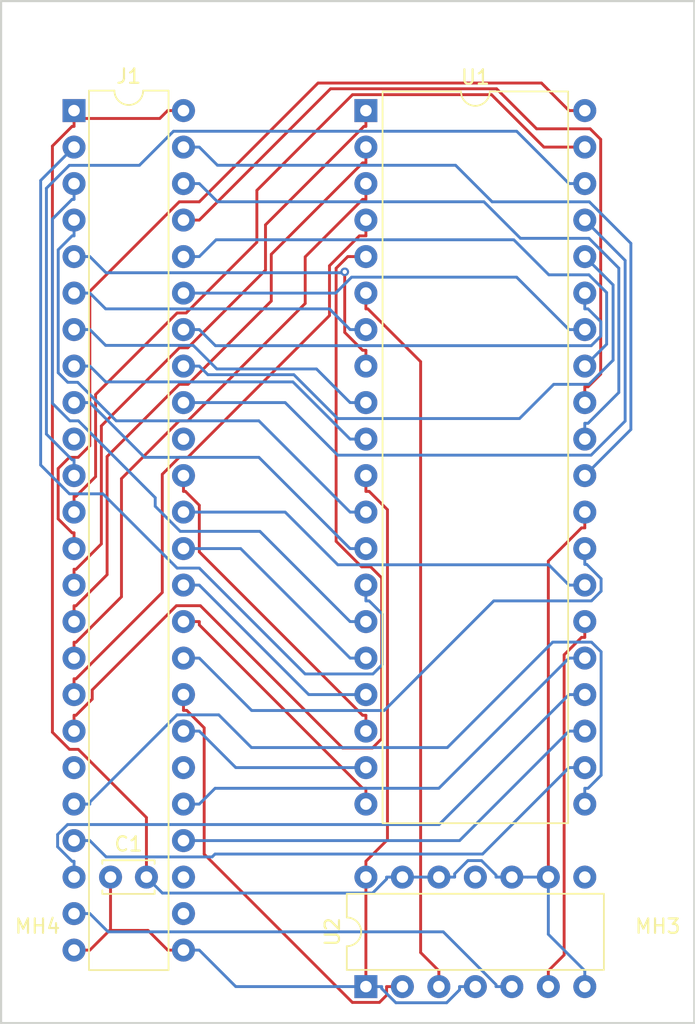
<source format=kicad_pcb>
(kicad_pcb (version 20171130) (host pcbnew 5.1.5+dfsg1-2build2)

  (general
    (thickness 1.6)
    (drawings 4)
    (tracks 387)
    (zones 0)
    (modules 8)
    (nets 51)
  )

  (page A4)
  (layers
    (0 F.Cu signal hide)
    (31 B.Cu signal)
    (32 B.Adhes user)
    (33 F.Adhes user)
    (34 B.Paste user)
    (35 F.Paste user)
    (36 B.SilkS user)
    (37 F.SilkS user)
    (38 B.Mask user)
    (39 F.Mask user)
    (40 Dwgs.User user)
    (41 Cmts.User user)
    (42 Eco1.User user)
    (43 Eco2.User user)
    (44 Edge.Cuts user)
    (45 Margin user)
    (46 B.CrtYd user)
    (47 F.CrtYd user)
    (48 B.Fab user)
    (49 F.Fab user)
  )

  (setup
    (last_trace_width 0.2)
    (user_trace_width 0.2)
    (user_trace_width 0.4)
    (user_trace_width 0.6)
    (user_trace_width 0.8)
    (user_trace_width 1)
    (user_trace_width 1.2)
    (user_trace_width 1.6)
    (user_trace_width 2)
    (trace_clearance 0.2)
    (zone_clearance 0.35)
    (zone_45_only no)
    (trace_min 0.1524)
    (via_size 0.6)
    (via_drill 0.3)
    (via_min_size 0.5)
    (via_min_drill 0.2)
    (user_via 0.9 0.5)
    (user_via 1.2 0.8)
    (user_via 1.4 0.9)
    (user_via 1.5 1)
    (uvia_size 0.3)
    (uvia_drill 0.1)
    (uvias_allowed no)
    (uvia_min_size 0.2)
    (uvia_min_drill 0.1)
    (edge_width 0.15)
    (segment_width 0.2)
    (pcb_text_width 0.3)
    (pcb_text_size 1.5 1.5)
    (mod_edge_width 0.15)
    (mod_text_size 1 1)
    (mod_text_width 0.15)
    (pad_size 3.2 3.2)
    (pad_drill 3.2)
    (pad_to_mask_clearance 0.051)
    (solder_mask_min_width 0.25)
    (aux_axis_origin 101 70)
    (grid_origin 101 70)
    (visible_elements FFFDFF7F)
    (pcbplotparams
      (layerselection 0x010fc_ffffffff)
      (usegerberextensions false)
      (usegerberattributes false)
      (usegerberadvancedattributes false)
      (creategerberjobfile false)
      (excludeedgelayer true)
      (linewidth 0.100000)
      (plotframeref false)
      (viasonmask false)
      (mode 1)
      (useauxorigin false)
      (hpglpennumber 1)
      (hpglpenspeed 20)
      (hpglpendiameter 15.000000)
      (psnegative false)
      (psa4output false)
      (plotreference true)
      (plotvalue true)
      (plotinvisibletext false)
      (padsonsilk false)
      (subtractmaskfromsilk false)
      (outputformat 1)
      (mirror false)
      (drillshape 1)
      (scaleselection 1)
      (outputdirectory ""))
  )

  (net 0 "")
  (net 1 VCC)
  (net 2 GND)
  (net 3 /P53)
  (net 4 "Net-(J1-Pad30)")
  (net 5 /P26)
  (net 6 "Net-(J1-Pad27)")
  (net 7 /P27)
  (net 8 /P47)
  (net 9 /P46)
  (net 10 "Net-(J1-Pad26)")
  (net 11 "Net-(J1-Pad19)")
  (net 12 /P25)
  (net 13 /P24)
  (net 14 /P23)
  (net 15 /P22)
  (net 16 /P21)
  (net 17 /P20)
  (net 18 /P34)
  (net 19 "Net-(J1-Pad10)")
  (net 20 /P35)
  (net 21 /P17)
  (net 22 /P36)
  (net 23 /P16)
  (net 24 "Net-(J1-Pad39)")
  (net 25 /P15)
  (net 26 /P14)
  (net 27 /P41)
  (net 28 /P13)
  (net 29 /P42)
  (net 30 /P12)
  (net 31 /P11)
  (net 32 /P44)
  (net 33 /P10)
  (net 34 /P45)
  (net 35 /P33)
  (net 36 /P32)
  (net 37 /P31)
  (net 38 /P30)
  (net 39 /P51)
  (net 40 /P55)
  (net 41 /P43)
  (net 42 /P52)
  (net 43 /P54)
  (net 44 /P50)
  (net 45 /P37)
  (net 46 "Net-(U2-Pad11)")
  (net 47 "Net-(U2-Pad8)")
  (net 48 /P40)
  (net 49 "Net-(U1-Pad26)")
  (net 50 "Net-(U1-Pad6)")

  (net_class Default "This is the default net class."
    (clearance 0.2)
    (trace_width 0.2)
    (via_dia 0.6)
    (via_drill 0.3)
    (uvia_dia 0.3)
    (uvia_drill 0.1)
    (diff_pair_width 0.2)
    (diff_pair_gap 0.2)
    (add_net /P10)
    (add_net /P11)
    (add_net /P12)
    (add_net /P13)
    (add_net /P14)
    (add_net /P15)
    (add_net /P16)
    (add_net /P17)
    (add_net /P20)
    (add_net /P21)
    (add_net /P22)
    (add_net /P23)
    (add_net /P24)
    (add_net /P25)
    (add_net /P26)
    (add_net /P27)
    (add_net /P30)
    (add_net /P31)
    (add_net /P32)
    (add_net /P33)
    (add_net /P34)
    (add_net /P35)
    (add_net /P36)
    (add_net /P37)
    (add_net /P40)
    (add_net /P41)
    (add_net /P42)
    (add_net /P43)
    (add_net /P44)
    (add_net /P45)
    (add_net /P46)
    (add_net /P47)
    (add_net /P50)
    (add_net /P51)
    (add_net /P52)
    (add_net /P53)
    (add_net /P54)
    (add_net /P55)
    (add_net GND)
    (add_net "Net-(J1-Pad10)")
    (add_net "Net-(J1-Pad19)")
    (add_net "Net-(J1-Pad26)")
    (add_net "Net-(J1-Pad27)")
    (add_net "Net-(J1-Pad30)")
    (add_net "Net-(J1-Pad39)")
    (add_net "Net-(U1-Pad26)")
    (add_net "Net-(U1-Pad6)")
    (add_net "Net-(U2-Pad11)")
    (add_net "Net-(U2-Pad8)")
    (add_net VCC)
  )

  (module Package_DIP:DIP-40_W15.24mm (layer F.Cu) (tedit 5A02E8C5) (tstamp 61E8CB61)
    (at 123.86 75.08)
    (descr "40-lead though-hole mounted DIP package, row spacing 15.24 mm (600 mils)")
    (tags "THT DIP DIL PDIP 2.54mm 15.24mm 600mil")
    (path /61EB512B)
    (fp_text reference U1 (at 7.62 -2.33) (layer F.SilkS)
      (effects (font (size 1 1) (thickness 0.15)))
    )
    (fp_text value Z84C00 (at 7.62 50.59) (layer F.Fab)
      (effects (font (size 1 1) (thickness 0.15)))
    )
    (fp_text user %R (at 7.62 24.13) (layer F.Fab)
      (effects (font (size 1 1) (thickness 0.15)))
    )
    (fp_line (start 16.3 -1.55) (end -1.05 -1.55) (layer F.CrtYd) (width 0.05))
    (fp_line (start 16.3 49.8) (end 16.3 -1.55) (layer F.CrtYd) (width 0.05))
    (fp_line (start -1.05 49.8) (end 16.3 49.8) (layer F.CrtYd) (width 0.05))
    (fp_line (start -1.05 -1.55) (end -1.05 49.8) (layer F.CrtYd) (width 0.05))
    (fp_line (start 14.08 -1.33) (end 8.62 -1.33) (layer F.SilkS) (width 0.12))
    (fp_line (start 14.08 49.59) (end 14.08 -1.33) (layer F.SilkS) (width 0.12))
    (fp_line (start 1.16 49.59) (end 14.08 49.59) (layer F.SilkS) (width 0.12))
    (fp_line (start 1.16 -1.33) (end 1.16 49.59) (layer F.SilkS) (width 0.12))
    (fp_line (start 6.62 -1.33) (end 1.16 -1.33) (layer F.SilkS) (width 0.12))
    (fp_line (start 0.255 -0.27) (end 1.255 -1.27) (layer F.Fab) (width 0.1))
    (fp_line (start 0.255 49.53) (end 0.255 -0.27) (layer F.Fab) (width 0.1))
    (fp_line (start 14.985 49.53) (end 0.255 49.53) (layer F.Fab) (width 0.1))
    (fp_line (start 14.985 -1.27) (end 14.985 49.53) (layer F.Fab) (width 0.1))
    (fp_line (start 1.255 -1.27) (end 14.985 -1.27) (layer F.Fab) (width 0.1))
    (fp_arc (start 7.62 -1.33) (end 6.62 -1.33) (angle -180) (layer F.SilkS) (width 0.12))
    (pad 40 thru_hole oval (at 15.24 0) (size 1.6 1.6) (drill 0.8) (layers *.Cu *.Mask)
      (net 36 /P32))
    (pad 20 thru_hole oval (at 0 48.26) (size 1.6 1.6) (drill 0.8) (layers *.Cu *.Mask)
      (net 32 /P44))
    (pad 39 thru_hole oval (at 15.24 2.54) (size 1.6 1.6) (drill 0.8) (layers *.Cu *.Mask)
      (net 37 /P31))
    (pad 19 thru_hole oval (at 0 45.72) (size 1.6 1.6) (drill 0.8) (layers *.Cu *.Mask)
      (net 8 /P47))
    (pad 38 thru_hole oval (at 15.24 5.08) (size 1.6 1.6) (drill 0.8) (layers *.Cu *.Mask)
      (net 38 /P30))
    (pad 18 thru_hole oval (at 0 43.18) (size 1.6 1.6) (drill 0.8) (layers *.Cu *.Mask)
      (net 48 /P40))
    (pad 37 thru_hole oval (at 15.24 7.62) (size 1.6 1.6) (drill 0.8) (layers *.Cu *.Mask)
      (net 7 /P27))
    (pad 17 thru_hole oval (at 0 40.64) (size 1.6 1.6) (drill 0.8) (layers *.Cu *.Mask)
      (net 41 /P43))
    (pad 36 thru_hole oval (at 15.24 10.16) (size 1.6 1.6) (drill 0.8) (layers *.Cu *.Mask)
      (net 5 /P26))
    (pad 16 thru_hole oval (at 0 38.1) (size 1.6 1.6) (drill 0.8) (layers *.Cu *.Mask)
      (net 29 /P42))
    (pad 35 thru_hole oval (at 15.24 12.7) (size 1.6 1.6) (drill 0.8) (layers *.Cu *.Mask)
      (net 12 /P25))
    (pad 15 thru_hole oval (at 0 35.56) (size 1.6 1.6) (drill 0.8) (layers *.Cu *.Mask)
      (net 31 /P11))
    (pad 34 thru_hole oval (at 15.24 15.24) (size 1.6 1.6) (drill 0.8) (layers *.Cu *.Mask)
      (net 13 /P24))
    (pad 14 thru_hole oval (at 0 33.02) (size 1.6 1.6) (drill 0.8) (layers *.Cu *.Mask)
      (net 33 /P10))
    (pad 33 thru_hole oval (at 15.24 17.78) (size 1.6 1.6) (drill 0.8) (layers *.Cu *.Mask)
      (net 14 /P23))
    (pad 13 thru_hole oval (at 0 30.48) (size 1.6 1.6) (drill 0.8) (layers *.Cu *.Mask)
      (net 21 /P17))
    (pad 32 thru_hole oval (at 15.24 20.32) (size 1.6 1.6) (drill 0.8) (layers *.Cu *.Mask)
      (net 15 /P22))
    (pad 12 thru_hole oval (at 0 27.94) (size 1.6 1.6) (drill 0.8) (layers *.Cu *.Mask)
      (net 30 /P12))
    (pad 31 thru_hole oval (at 15.24 22.86) (size 1.6 1.6) (drill 0.8) (layers *.Cu *.Mask)
      (net 16 /P21))
    (pad 11 thru_hole oval (at 0 25.4) (size 1.6 1.6) (drill 0.8) (layers *.Cu *.Mask)
      (net 1 VCC))
    (pad 30 thru_hole oval (at 15.24 25.4) (size 1.6 1.6) (drill 0.8) (layers *.Cu *.Mask)
      (net 17 /P20))
    (pad 10 thru_hole oval (at 0 22.86) (size 1.6 1.6) (drill 0.8) (layers *.Cu *.Mask)
      (net 23 /P16))
    (pad 29 thru_hole oval (at 15.24 27.94) (size 1.6 1.6) (drill 0.8) (layers *.Cu *.Mask)
      (net 2 GND))
    (pad 9 thru_hole oval (at 0 20.32) (size 1.6 1.6) (drill 0.8) (layers *.Cu *.Mask)
      (net 25 /P15))
    (pad 28 thru_hole oval (at 15.24 30.48) (size 1.6 1.6) (drill 0.8) (layers *.Cu *.Mask)
      (net 34 /P45))
    (pad 8 thru_hole oval (at 0 17.78) (size 1.6 1.6) (drill 0.8) (layers *.Cu *.Mask)
      (net 28 /P13))
    (pad 27 thru_hole oval (at 15.24 33.02) (size 1.6 1.6) (drill 0.8) (layers *.Cu *.Mask)
      (net 27 /P41))
    (pad 7 thru_hole oval (at 0 15.24) (size 1.6 1.6) (drill 0.8) (layers *.Cu *.Mask)
      (net 26 /P14))
    (pad 26 thru_hole oval (at 15.24 35.56) (size 1.6 1.6) (drill 0.8) (layers *.Cu *.Mask)
      (net 49 "Net-(U1-Pad26)"))
    (pad 6 thru_hole oval (at 0 12.7) (size 1.6 1.6) (drill 0.8) (layers *.Cu *.Mask)
      (net 50 "Net-(U1-Pad6)"))
    (pad 25 thru_hole oval (at 15.24 38.1) (size 1.6 1.6) (drill 0.8) (layers *.Cu *.Mask)
      (net 43 /P54))
    (pad 5 thru_hole oval (at 0 10.16) (size 1.6 1.6) (drill 0.8) (layers *.Cu *.Mask)
      (net 45 /P37))
    (pad 24 thru_hole oval (at 15.24 40.64) (size 1.6 1.6) (drill 0.8) (layers *.Cu *.Mask)
      (net 42 /P52))
    (pad 4 thru_hole oval (at 0 7.62) (size 1.6 1.6) (drill 0.8) (layers *.Cu *.Mask)
      (net 22 /P36))
    (pad 23 thru_hole oval (at 15.24 43.18) (size 1.6 1.6) (drill 0.8) (layers *.Cu *.Mask)
      (net 40 /P55))
    (pad 3 thru_hole oval (at 0 5.08) (size 1.6 1.6) (drill 0.8) (layers *.Cu *.Mask)
      (net 20 /P35))
    (pad 22 thru_hole oval (at 15.24 45.72) (size 1.6 1.6) (drill 0.8) (layers *.Cu *.Mask)
      (net 39 /P51))
    (pad 2 thru_hole oval (at 0 2.54) (size 1.6 1.6) (drill 0.8) (layers *.Cu *.Mask)
      (net 18 /P34))
    (pad 21 thru_hole oval (at 15.24 48.26) (size 1.6 1.6) (drill 0.8) (layers *.Cu *.Mask)
      (net 44 /P50))
    (pad 1 thru_hole rect (at 0 0) (size 1.6 1.6) (drill 0.8) (layers *.Cu *.Mask)
      (net 35 /P33))
    (model ${KISYS3DMOD}/Package_DIP.3dshapes/DIP-40_W15.24mm.wrl
      (at (xyz 0 0 0))
      (scale (xyz 1 1 1))
      (rotate (xyz 0 0 0))
    )
  )

  (module 0-LocalLibrary:DIP-48_W7.62mm (layer F.Cu) (tedit 6198C9C5) (tstamp 61E68022)
    (at 103.54 75.08)
    (descr "48-lead dip package, row spacing 7.62 mm (300 mils)")
    (tags "DIL DIP PDIP 2.54mm 7.62mm 300mill")
    (path /61E771CB)
    (fp_text reference J1 (at 3.81 -2.39) (layer F.SilkS)
      (effects (font (size 1 1) (thickness 0.15)))
    )
    (fp_text value BionicConnector (at 5.08 60.96) (layer F.Fab)
      (effects (font (size 1 1) (thickness 0.15)))
    )
    (fp_line (start 8.68 60.02) (end 8.68 18.72) (layer F.CrtYd) (width 0.05))
    (fp_line (start 7.365 59.69) (end 0.255 59.69) (layer F.Fab) (width 0.1))
    (fp_line (start 0.255 59.69) (end 0.255 20.05) (layer F.Fab) (width 0.1))
    (fp_line (start -1.1 60.02) (end 8.68 60.02) (layer F.CrtYd) (width 0.05))
    (fp_line (start -1.1 18.72) (end -1.1 60.02) (layer F.CrtYd) (width 0.05))
    (fp_line (start 6.58 59.81) (end 6.58 18.93) (layer F.SilkS) (width 0.12))
    (fp_line (start 1.04 59.81) (end 6.58 59.81) (layer F.SilkS) (width 0.12))
    (fp_line (start 1.04 18.93) (end 1.04 59.81) (layer F.SilkS) (width 0.12))
    (fp_line (start 7.365 19.05) (end 7.365 59.69) (layer F.Fab) (width 0.1))
    (fp_arc (start 3.81 -1.39) (end 2.81 -1.39) (angle -180) (layer F.SilkS) (width 0.12))
    (fp_line (start 8.68 -1.6) (end -1.1 -1.6) (layer F.CrtYd) (width 0.05))
    (fp_line (start 8.68 39.7) (end 8.68 -1.6) (layer F.CrtYd) (width 0.05))
    (fp_line (start -1.1 -1.6) (end -1.1 39.7) (layer F.CrtYd) (width 0.05))
    (fp_line (start 6.58 -1.39) (end 4.81 -1.39) (layer F.SilkS) (width 0.12))
    (fp_line (start 6.58 39.49) (end 6.58 -1.39) (layer F.SilkS) (width 0.12))
    (fp_line (start 1.04 -1.39) (end 1.04 39.49) (layer F.SilkS) (width 0.12))
    (fp_line (start 2.81 -1.39) (end 1.04 -1.39) (layer F.SilkS) (width 0.12))
    (fp_line (start 0.255 -0.27) (end 1.255 -1.27) (layer F.Fab) (width 0.1))
    (fp_line (start 0.255 39.37) (end 0.255 -0.27) (layer F.Fab) (width 0.1))
    (fp_line (start 7.365 -1.27) (end 7.365 39.37) (layer F.Fab) (width 0.1))
    (fp_line (start 1.255 -1.27) (end 7.365 -1.27) (layer F.Fab) (width 0.1))
    (fp_text user %R (at 3.81 19.05) (layer F.Fab)
      (effects (font (size 1 1) (thickness 0.15)))
    )
    (pad 20 thru_hole oval (at 0 48.26) (size 1.6 1.6) (drill 0.8) (layers *.Cu *.Mask)
      (net 44 /P50))
    (pad 24 thru_hole oval (at 0 58.42) (size 1.6 1.6) (drill 0.8) (layers *.Cu *.Mask)
      (net 1 VCC))
    (pad 25 thru_hole oval (at 7.62 58.42) (size 1.6 1.6) (drill 0.8) (layers *.Cu *.Mask)
      (net 1 VCC))
    (pad 23 thru_hole oval (at 0 55.88) (size 1.6 1.6) (drill 0.8) (layers *.Cu *.Mask)
      (net 3 /P53))
    (pad 30 thru_hole oval (at 7.62 45.72) (size 1.6 1.6) (drill 0.8) (layers *.Cu *.Mask)
      (net 4 "Net-(J1-Pad30)"))
    (pad 21 thru_hole oval (at 0 50.8) (size 1.6 1.6) (drill 0.8) (layers *.Cu *.Mask)
      (net 39 /P51))
    (pad 17 thru_hole oval (at 0 40.64) (size 1.6 1.6) (drill 0.8) (layers *.Cu *.Mask)
      (net 22 /P36))
    (pad 22 thru_hole oval (at 0 53.34) (size 1.6 1.6) (drill 0.8) (layers *.Cu *.Mask)
      (net 42 /P52))
    (pad 27 thru_hole oval (at 7.62 53.34) (size 1.6 1.6) (drill 0.8) (layers *.Cu *.Mask)
      (net 6 "Net-(J1-Pad27)"))
    (pad 18 thru_hole oval (at 0 43.18) (size 1.6 1.6) (drill 0.8) (layers *.Cu *.Mask)
      (net 45 /P37))
    (pad 31 thru_hole oval (at 7.62 43.18) (size 1.6 1.6) (drill 0.8) (layers *.Cu *.Mask)
      (net 8 /P47))
    (pad 28 thru_hole oval (at 7.62 50.8) (size 1.6 1.6) (drill 0.8) (layers *.Cu *.Mask)
      (net 40 /P55))
    (pad 29 thru_hole oval (at 7.62 48.26) (size 1.6 1.6) (drill 0.8) (layers *.Cu *.Mask)
      (net 43 /P54))
    (pad 32 thru_hole oval (at 7.62 40.64) (size 1.6 1.6) (drill 0.8) (layers *.Cu *.Mask)
      (net 9 /P46))
    (pad 26 thru_hole oval (at 7.62 55.88) (size 1.6 1.6) (drill 0.8) (layers *.Cu *.Mask)
      (net 10 "Net-(J1-Pad26)"))
    (pad 19 thru_hole oval (at 0 45.72) (size 1.6 1.6) (drill 0.8) (layers *.Cu *.Mask)
      (net 11 "Net-(J1-Pad19)"))
    (pad 48 thru_hole oval (at 7.62 0) (size 1.6 1.6) (drill 0.8) (layers *.Cu *.Mask)
      (net 2 GND))
    (pad 16 thru_hole oval (at 0 38.1) (size 1.6 1.6) (drill 0.8) (layers *.Cu *.Mask)
      (net 20 /P35))
    (pad 47 thru_hole oval (at 7.62 2.54) (size 1.6 1.6) (drill 0.8) (layers *.Cu *.Mask)
      (net 17 /P20))
    (pad 15 thru_hole oval (at 0 35.56) (size 1.6 1.6) (drill 0.8) (layers *.Cu *.Mask)
      (net 18 /P34))
    (pad 46 thru_hole oval (at 7.62 5.08) (size 1.6 1.6) (drill 0.8) (layers *.Cu *.Mask)
      (net 16 /P21))
    (pad 14 thru_hole oval (at 0 33.02) (size 1.6 1.6) (drill 0.8) (layers *.Cu *.Mask)
      (net 35 /P33))
    (pad 45 thru_hole oval (at 7.62 7.62) (size 1.6 1.6) (drill 0.8) (layers *.Cu *.Mask)
      (net 15 /P22))
    (pad 13 thru_hole oval (at 0 30.48) (size 1.6 1.6) (drill 0.8) (layers *.Cu *.Mask)
      (net 36 /P32))
    (pad 44 thru_hole oval (at 7.62 10.16) (size 1.6 1.6) (drill 0.8) (layers *.Cu *.Mask)
      (net 14 /P23))
    (pad 12 thru_hole oval (at 0 27.94) (size 1.6 1.6) (drill 0.8) (layers *.Cu *.Mask)
      (net 37 /P31))
    (pad 43 thru_hole oval (at 7.62 12.7) (size 1.6 1.6) (drill 0.8) (layers *.Cu *.Mask)
      (net 13 /P24))
    (pad 11 thru_hole oval (at 0 25.4) (size 1.6 1.6) (drill 0.8) (layers *.Cu *.Mask)
      (net 38 /P30))
    (pad 42 thru_hole oval (at 7.62 15.24) (size 1.6 1.6) (drill 0.8) (layers *.Cu *.Mask)
      (net 12 /P25))
    (pad 10 thru_hole oval (at 0 22.86) (size 1.6 1.6) (drill 0.8) (layers *.Cu *.Mask)
      (net 19 "Net-(J1-Pad10)"))
    (pad 41 thru_hole oval (at 7.62 17.78) (size 1.6 1.6) (drill 0.8) (layers *.Cu *.Mask)
      (net 5 /P26))
    (pad 9 thru_hole oval (at 0 20.32) (size 1.6 1.6) (drill 0.8) (layers *.Cu *.Mask)
      (net 21 /P17))
    (pad 40 thru_hole oval (at 7.62 20.32) (size 1.6 1.6) (drill 0.8) (layers *.Cu *.Mask)
      (net 7 /P27))
    (pad 8 thru_hole oval (at 0 17.78) (size 1.6 1.6) (drill 0.8) (layers *.Cu *.Mask)
      (net 23 /P16))
    (pad 39 thru_hole oval (at 7.62 22.86) (size 1.6 1.6) (drill 0.8) (layers *.Cu *.Mask)
      (net 24 "Net-(J1-Pad39)"))
    (pad 7 thru_hole oval (at 0 15.24) (size 1.6 1.6) (drill 0.8) (layers *.Cu *.Mask)
      (net 25 /P15))
    (pad 38 thru_hole oval (at 7.62 25.4) (size 1.6 1.6) (drill 0.8) (layers *.Cu *.Mask)
      (net 48 /P40))
    (pad 6 thru_hole oval (at 0 12.7) (size 1.6 1.6) (drill 0.8) (layers *.Cu *.Mask)
      (net 26 /P14))
    (pad 37 thru_hole oval (at 7.62 27.94) (size 1.6 1.6) (drill 0.8) (layers *.Cu *.Mask)
      (net 27 /P41))
    (pad 5 thru_hole oval (at 0 10.16) (size 1.6 1.6) (drill 0.8) (layers *.Cu *.Mask)
      (net 28 /P13))
    (pad 36 thru_hole oval (at 7.62 30.48) (size 1.6 1.6) (drill 0.8) (layers *.Cu *.Mask)
      (net 29 /P42))
    (pad 4 thru_hole oval (at 0 7.62) (size 1.6 1.6) (drill 0.8) (layers *.Cu *.Mask)
      (net 30 /P12))
    (pad 35 thru_hole oval (at 7.62 33.02) (size 1.6 1.6) (drill 0.8) (layers *.Cu *.Mask)
      (net 41 /P43))
    (pad 3 thru_hole oval (at 0 5.08) (size 1.6 1.6) (drill 0.8) (layers *.Cu *.Mask)
      (net 31 /P11))
    (pad 34 thru_hole oval (at 7.62 35.56) (size 1.6 1.6) (drill 0.8) (layers *.Cu *.Mask)
      (net 32 /P44))
    (pad 2 thru_hole oval (at 0 2.54) (size 1.6 1.6) (drill 0.8) (layers *.Cu *.Mask)
      (net 33 /P10))
    (pad 33 thru_hole oval (at 7.62 38.1) (size 1.6 1.6) (drill 0.8) (layers *.Cu *.Mask)
      (net 34 /P45))
    (pad 1 thru_hole rect (at 0 0) (size 1.6 1.6) (drill 0.8) (layers *.Cu *.Mask)
      (net 2 GND))
    (model ${KISYS3DMOD}/Package_DIP.3dshapes/DIP-32_W7.62mm.wrl
      (at (xyz 0 0 0))
      (scale (xyz 1 1 1))
      (rotate (xyz 0 0 0))
    )
  )

  (module Capacitor_THT:C_Disc_D3.4mm_W2.1mm_P2.50mm (layer F.Cu) (tedit 5AE50EF0) (tstamp 61E67FD8)
    (at 106.08 128.42)
    (descr "C, Disc series, Radial, pin pitch=2.50mm, , diameter*width=3.4*2.1mm^2, Capacitor, http://www.vishay.com/docs/45233/krseries.pdf")
    (tags "C Disc series Radial pin pitch 2.50mm  diameter 3.4mm width 2.1mm Capacitor")
    (path /5D0E12B4)
    (fp_text reference C1 (at 1.25 -2.3) (layer F.SilkS)
      (effects (font (size 1 1) (thickness 0.15)))
    )
    (fp_text value 0.1u (at 1.25 2.3) (layer F.Fab)
      (effects (font (size 1 1) (thickness 0.15)))
    )
    (fp_text user %R (at 1.25 0 90) (layer F.Fab)
      (effects (font (size 0.68 0.68) (thickness 0.102)))
    )
    (fp_line (start 3.55 -1.3) (end -1.05 -1.3) (layer F.CrtYd) (width 0.05))
    (fp_line (start 3.55 1.3) (end 3.55 -1.3) (layer F.CrtYd) (width 0.05))
    (fp_line (start -1.05 1.3) (end 3.55 1.3) (layer F.CrtYd) (width 0.05))
    (fp_line (start -1.05 -1.3) (end -1.05 1.3) (layer F.CrtYd) (width 0.05))
    (fp_line (start 3.07 0.925) (end 3.07 1.17) (layer F.SilkS) (width 0.12))
    (fp_line (start 3.07 -1.17) (end 3.07 -0.925) (layer F.SilkS) (width 0.12))
    (fp_line (start -0.57 0.925) (end -0.57 1.17) (layer F.SilkS) (width 0.12))
    (fp_line (start -0.57 -1.17) (end -0.57 -0.925) (layer F.SilkS) (width 0.12))
    (fp_line (start -0.57 1.17) (end 3.07 1.17) (layer F.SilkS) (width 0.12))
    (fp_line (start -0.57 -1.17) (end 3.07 -1.17) (layer F.SilkS) (width 0.12))
    (fp_line (start 2.95 -1.05) (end -0.45 -1.05) (layer F.Fab) (width 0.1))
    (fp_line (start 2.95 1.05) (end 2.95 -1.05) (layer F.Fab) (width 0.1))
    (fp_line (start -0.45 1.05) (end 2.95 1.05) (layer F.Fab) (width 0.1))
    (fp_line (start -0.45 -1.05) (end -0.45 1.05) (layer F.Fab) (width 0.1))
    (pad 2 thru_hole circle (at 2.5 0) (size 1.6 1.6) (drill 0.8) (layers *.Cu *.Mask)
      (net 2 GND))
    (pad 1 thru_hole circle (at 0 0) (size 1.6 1.6) (drill 0.8) (layers *.Cu *.Mask)
      (net 1 VCC))
    (model ${KISYS3DMOD}/Capacitor_THT.3dshapes/C_Disc_D3.4mm_W2.1mm_P2.50mm.wrl
      (at (xyz 0 0 0))
      (scale (xyz 1 1 1))
      (rotate (xyz 0 0 0))
    )
  )

  (module Package_DIP:DIP-14_W7.62mm (layer F.Cu) (tedit 5A02E8C5) (tstamp 61B9E73F)
    (at 123.86 136.04 90)
    (descr "14-lead though-hole mounted DIP package, row spacing 7.62 mm (300 mils)")
    (tags "THT DIP DIL PDIP 2.54mm 7.62mm 300mil")
    (path /61BA38DF)
    (fp_text reference U2 (at 3.81 -2.33 90) (layer F.SilkS)
      (effects (font (size 1 1) (thickness 0.15)))
    )
    (fp_text value 74HCT126 (at 3.81 17.57 90) (layer F.Fab)
      (effects (font (size 1 1) (thickness 0.15)))
    )
    (fp_text user %R (at 3.81 7.62 90) (layer F.Fab)
      (effects (font (size 1 1) (thickness 0.15)))
    )
    (fp_line (start 8.7 -1.55) (end -1.1 -1.55) (layer F.CrtYd) (width 0.05))
    (fp_line (start 8.7 16.8) (end 8.7 -1.55) (layer F.CrtYd) (width 0.05))
    (fp_line (start -1.1 16.8) (end 8.7 16.8) (layer F.CrtYd) (width 0.05))
    (fp_line (start -1.1 -1.55) (end -1.1 16.8) (layer F.CrtYd) (width 0.05))
    (fp_line (start 6.46 -1.33) (end 4.81 -1.33) (layer F.SilkS) (width 0.12))
    (fp_line (start 6.46 16.57) (end 6.46 -1.33) (layer F.SilkS) (width 0.12))
    (fp_line (start 1.16 16.57) (end 6.46 16.57) (layer F.SilkS) (width 0.12))
    (fp_line (start 1.16 -1.33) (end 1.16 16.57) (layer F.SilkS) (width 0.12))
    (fp_line (start 2.81 -1.33) (end 1.16 -1.33) (layer F.SilkS) (width 0.12))
    (fp_line (start 0.635 -0.27) (end 1.635 -1.27) (layer F.Fab) (width 0.1))
    (fp_line (start 0.635 16.51) (end 0.635 -0.27) (layer F.Fab) (width 0.1))
    (fp_line (start 6.985 16.51) (end 0.635 16.51) (layer F.Fab) (width 0.1))
    (fp_line (start 6.985 -1.27) (end 6.985 16.51) (layer F.Fab) (width 0.1))
    (fp_line (start 1.635 -1.27) (end 6.985 -1.27) (layer F.Fab) (width 0.1))
    (fp_arc (start 3.81 -1.33) (end 2.81 -1.33) (angle -180) (layer F.SilkS) (width 0.12))
    (pad 14 thru_hole oval (at 7.62 0 90) (size 1.6 1.6) (drill 0.8) (layers *.Cu *.Mask)
      (net 1 VCC))
    (pad 7 thru_hole oval (at 0 15.24 90) (size 1.6 1.6) (drill 0.8) (layers *.Cu *.Mask)
      (net 2 GND))
    (pad 13 thru_hole oval (at 7.62 2.54 90) (size 1.6 1.6) (drill 0.8) (layers *.Cu *.Mask)
      (net 2 GND))
    (pad 6 thru_hole oval (at 0 12.7 90) (size 1.6 1.6) (drill 0.8) (layers *.Cu *.Mask)
      (net 49 "Net-(U1-Pad26)"))
    (pad 12 thru_hole oval (at 7.62 5.08 90) (size 1.6 1.6) (drill 0.8) (layers *.Cu *.Mask)
      (net 2 GND))
    (pad 5 thru_hole oval (at 0 10.16 90) (size 1.6 1.6) (drill 0.8) (layers *.Cu *.Mask)
      (net 3 /P53))
    (pad 11 thru_hole oval (at 7.62 7.62 90) (size 1.6 1.6) (drill 0.8) (layers *.Cu *.Mask)
      (net 46 "Net-(U2-Pad11)"))
    (pad 4 thru_hole oval (at 0 7.62 90) (size 1.6 1.6) (drill 0.8) (layers *.Cu *.Mask)
      (net 1 VCC))
    (pad 10 thru_hole oval (at 7.62 10.16 90) (size 1.6 1.6) (drill 0.8) (layers *.Cu *.Mask)
      (net 2 GND))
    (pad 3 thru_hole oval (at 0 5.08 90) (size 1.6 1.6) (drill 0.8) (layers *.Cu *.Mask)
      (net 50 "Net-(U1-Pad6)"))
    (pad 9 thru_hole oval (at 7.62 12.7 90) (size 1.6 1.6) (drill 0.8) (layers *.Cu *.Mask)
      (net 2 GND))
    (pad 2 thru_hole oval (at 0 2.54 90) (size 1.6 1.6) (drill 0.8) (layers *.Cu *.Mask)
      (net 9 /P46))
    (pad 8 thru_hole oval (at 7.62 15.24 90) (size 1.6 1.6) (drill 0.8) (layers *.Cu *.Mask)
      (net 47 "Net-(U2-Pad8)"))
    (pad 1 thru_hole rect (at 0 0 90) (size 1.6 1.6) (drill 0.8) (layers *.Cu *.Mask)
      (net 1 VCC))
    (model ${KISYS3DMOD}/Package_DIP.3dshapes/DIP-14_W7.62mm.wrl
      (at (xyz 0 0 0))
      (scale (xyz 1 1 1))
      (rotate (xyz 0 0 0))
    )
  )

  (module MountingHole:MountingHole_3.2mm_M3 (layer F.Cu) (tedit 56D1B4CB) (tstamp 618AA90D)
    (at 101 136.04)
    (descr "Mounting Hole 3.2mm, no annular, M3")
    (tags "mounting hole 3.2mm no annular m3")
    (attr virtual)
    (fp_text reference MH4 (at 0 -4.2) (layer F.SilkS)
      (effects (font (size 1 1) (thickness 0.15)))
    )
    (fp_text value MountingHole_3.2mm_M3 (at 0 4.2) (layer F.Fab)
      (effects (font (size 1 1) (thickness 0.15)))
    )
    (fp_circle (center 0 0) (end 3.45 0) (layer F.CrtYd) (width 0.05))
    (fp_circle (center 0 0) (end 3.2 0) (layer Cmts.User) (width 0.15))
    (fp_text user %R (at 0.3 0) (layer F.Fab)
      (effects (font (size 1 1) (thickness 0.15)))
    )
    (pad 1 np_thru_hole circle (at 0 0) (size 3.2 3.2) (drill 3.2) (layers *.Cu *.Mask))
  )

  (module MountingHole:MountingHole_3.2mm_M3 (layer F.Cu) (tedit 56D1B4CB) (tstamp 618AA8EF)
    (at 144.18 136.04)
    (descr "Mounting Hole 3.2mm, no annular, M3")
    (tags "mounting hole 3.2mm no annular m3")
    (attr virtual)
    (fp_text reference MH3 (at 0 -4.2) (layer F.SilkS)
      (effects (font (size 1 1) (thickness 0.15)))
    )
    (fp_text value MountingHole_3.2mm_M3 (at 0 4.2) (layer F.Fab)
      (effects (font (size 1 1) (thickness 0.15)))
    )
    (fp_circle (center 0 0) (end 3.45 0) (layer F.CrtYd) (width 0.05))
    (fp_circle (center 0 0) (end 3.2 0) (layer Cmts.User) (width 0.15))
    (fp_text user %R (at 0.3 0) (layer F.Fab)
      (effects (font (size 1 1) (thickness 0.15)))
    )
    (pad 1 np_thru_hole circle (at 0 0) (size 3.2 3.2) (drill 3.2) (layers *.Cu *.Mask))
  )

  (module MountingHole:MountingHole_3.2mm_M3 (layer F.Cu) (tedit 56D1B4CB) (tstamp 618AA8C0)
    (at 144.18 70)
    (descr "Mounting Hole 3.2mm, no annular, M3")
    (tags "mounting hole 3.2mm no annular m3")
    (attr virtual)
    (fp_text reference MH2 (at 0 -4.2) (layer F.SilkS)
      (effects (font (size 1 1) (thickness 0.15)))
    )
    (fp_text value MountingHole_3.2mm_M3 (at 0 4.2) (layer F.Fab)
      (effects (font (size 1 1) (thickness 0.15)))
    )
    (fp_circle (center 0 0) (end 3.45 0) (layer F.CrtYd) (width 0.05))
    (fp_circle (center 0 0) (end 3.2 0) (layer Cmts.User) (width 0.15))
    (fp_text user %R (at 0.3 0) (layer F.Fab)
      (effects (font (size 1 1) (thickness 0.15)))
    )
    (pad 1 np_thru_hole circle (at 0 0) (size 3.2 3.2) (drill 3.2) (layers *.Cu *.Mask))
  )

  (module MountingHole:MountingHole_3.2mm_M3 (layer F.Cu) (tedit 618A6455) (tstamp 618AA897)
    (at 101 70)
    (descr "Mounting Hole 3.2mm, no annular, M3")
    (tags "mounting hole 3.2mm no annular m3")
    (attr virtual)
    (fp_text reference MH1 (at 0 -4.2) (layer F.SilkS)
      (effects (font (size 1 1) (thickness 0.15)))
    )
    (fp_text value MountingHole_3.2mm_M3 (at 0 4.2) (layer F.Fab)
      (effects (font (size 1 1) (thickness 0.15)))
    )
    (fp_circle (center 0 0) (end 3.45 0) (layer F.CrtYd) (width 0.05))
    (fp_circle (center 0 0) (end 3.2 0) (layer Cmts.User) (width 0.15))
    (fp_text user %R (at 0.3 0) (layer F.Fab)
      (effects (font (size 1 1) (thickness 0.15)))
    )
    (pad "" np_thru_hole circle (at 0 0) (size 3.2 3.2) (drill 3.2) (layers *.Cu *.Mask))
  )

  (gr_line (start 98.46 138.58) (end 98.46 67.46) (layer Edge.Cuts) (width 0.15) (tstamp 618AA84D))
  (gr_line (start 146.72 138.58) (end 98.46 138.58) (layer Edge.Cuts) (width 0.15))
  (gr_line (start 146.72 67.46) (end 146.72 138.58) (layer Edge.Cuts) (width 0.15))
  (gr_line (start 98.46 67.46) (end 146.72 67.46) (layer Edge.Cuts) (width 0.15))

  (segment (start 123.86 127.3197) (end 125.3606 125.8191) (width 0.2) (layer F.Cu) (net 1))
  (segment (start 125.3606 125.8191) (end 125.3606 102.8529) (width 0.2) (layer F.Cu) (net 1))
  (segment (start 125.3606 102.8529) (end 124.088 101.5803) (width 0.2) (layer F.Cu) (net 1))
  (segment (start 124.088 101.5803) (end 123.86 101.5803) (width 0.2) (layer F.Cu) (net 1))
  (segment (start 106.08 132.1299) (end 106.0104 132.1299) (width 0.2) (layer F.Cu) (net 1))
  (segment (start 106.0104 132.1299) (end 104.6403 133.5) (width 0.2) (layer F.Cu) (net 1))
  (segment (start 110.0597 133.5) (end 108.6896 132.1299) (width 0.2) (layer F.Cu) (net 1))
  (segment (start 108.6896 132.1299) (end 106.08 132.1299) (width 0.2) (layer F.Cu) (net 1))
  (segment (start 106.08 132.1299) (end 106.08 128.42) (width 0.2) (layer F.Cu) (net 1))
  (segment (start 103.54 133.5) (end 104.6403 133.5) (width 0.2) (layer F.Cu) (net 1))
  (segment (start 111.16 133.5) (end 110.0597 133.5) (width 0.2) (layer F.Cu) (net 1))
  (segment (start 123.86 136.04) (end 124.9603 136.04) (width 0.2) (layer B.Cu) (net 1))
  (segment (start 124.9603 136.04) (end 124.9603 136.1775) (width 0.2) (layer B.Cu) (net 1))
  (segment (start 124.9603 136.1775) (end 125.9474 137.1646) (width 0.2) (layer B.Cu) (net 1))
  (segment (start 125.9474 137.1646) (end 129.4831 137.1646) (width 0.2) (layer B.Cu) (net 1))
  (segment (start 129.4831 137.1646) (end 130.3797 136.268) (width 0.2) (layer B.Cu) (net 1))
  (segment (start 130.3797 136.268) (end 130.3797 136.04) (width 0.2) (layer B.Cu) (net 1))
  (segment (start 112.2603 133.5) (end 114.8003 136.04) (width 0.2) (layer B.Cu) (net 1))
  (segment (start 114.8003 136.04) (end 123.86 136.04) (width 0.2) (layer B.Cu) (net 1))
  (segment (start 131.48 136.04) (end 130.3797 136.04) (width 0.2) (layer B.Cu) (net 1))
  (segment (start 111.16 133.5) (end 112.2603 133.5) (width 0.2) (layer B.Cu) (net 1))
  (segment (start 123.86 100.48) (end 123.86 101.5803) (width 0.2) (layer F.Cu) (net 1))
  (segment (start 123.86 128.42) (end 123.86 127.3197) (width 0.2) (layer F.Cu) (net 1))
  (segment (start 123.86 136.04) (end 123.86 128.42) (width 0.2) (layer F.Cu) (net 1))
  (segment (start 139.1 103.02) (end 139.1 104.1203) (width 0.2) (layer F.Cu) (net 2))
  (segment (start 136.56 128.42) (end 136.56 106.4323) (width 0.2) (layer F.Cu) (net 2))
  (segment (start 136.56 106.4323) (end 138.872 104.1203) (width 0.2) (layer F.Cu) (net 2))
  (segment (start 138.872 104.1203) (end 139.1 104.1203) (width 0.2) (layer F.Cu) (net 2))
  (segment (start 111.16 75.08) (end 110.0597 75.08) (width 0.2) (layer F.Cu) (net 2))
  (segment (start 103.54 75.6301) (end 109.5096 75.6301) (width 0.2) (layer F.Cu) (net 2))
  (segment (start 109.5096 75.6301) (end 110.0597 75.08) (width 0.2) (layer F.Cu) (net 2))
  (segment (start 103.54 75.6301) (end 103.54 76.1803) (width 0.2) (layer F.Cu) (net 2))
  (segment (start 103.54 75.08) (end 103.54 75.6301) (width 0.2) (layer F.Cu) (net 2))
  (segment (start 108.58 128.42) (end 108.58 124.2748) (width 0.2) (layer F.Cu) (net 2))
  (segment (start 108.58 124.2748) (end 103.8352 119.53) (width 0.2) (layer F.Cu) (net 2))
  (segment (start 103.8352 119.53) (end 103.2245 119.53) (width 0.2) (layer F.Cu) (net 2))
  (segment (start 103.2245 119.53) (end 102.0338 118.3393) (width 0.2) (layer F.Cu) (net 2))
  (segment (start 102.0338 118.3393) (end 102.0338 77.549) (width 0.2) (layer F.Cu) (net 2))
  (segment (start 102.0338 77.549) (end 103.4025 76.1803) (width 0.2) (layer F.Cu) (net 2))
  (segment (start 103.4025 76.1803) (end 103.54 76.1803) (width 0.2) (layer F.Cu) (net 2))
  (segment (start 126.4 128.42) (end 125.2997 128.42) (width 0.2) (layer B.Cu) (net 2))
  (segment (start 125.2997 128.42) (end 125.2997 128.5575) (width 0.2) (layer B.Cu) (net 2))
  (segment (start 125.2997 128.5575) (end 124.326 129.5312) (width 0.2) (layer B.Cu) (net 2))
  (segment (start 124.326 129.5312) (end 109.6912 129.5312) (width 0.2) (layer B.Cu) (net 2))
  (segment (start 109.6912 129.5312) (end 108.58 128.42) (width 0.2) (layer B.Cu) (net 2))
  (segment (start 128.94 128.42) (end 126.4 128.42) (width 0.2) (layer B.Cu) (net 2))
  (segment (start 136.56 128.42) (end 135.1203 128.42) (width 0.2) (layer B.Cu) (net 2))
  (segment (start 136.56 128.42) (end 136.56 132.3997) (width 0.2) (layer B.Cu) (net 2))
  (segment (start 136.56 132.3997) (end 139.1 134.9397) (width 0.2) (layer B.Cu) (net 2))
  (segment (start 134.02 128.42) (end 135.1203 128.42) (width 0.2) (layer B.Cu) (net 2))
  (segment (start 139.1 136.04) (end 139.1 134.9397) (width 0.2) (layer B.Cu) (net 2))
  (segment (start 129.4902 128.42) (end 128.94 128.42) (width 0.2) (layer B.Cu) (net 2))
  (segment (start 129.4902 128.42) (end 130.0403 128.42) (width 0.2) (layer B.Cu) (net 2))
  (segment (start 134.02 128.42) (end 132.9197 128.42) (width 0.2) (layer B.Cu) (net 2))
  (segment (start 132.9197 128.42) (end 132.9197 128.2825) (width 0.2) (layer B.Cu) (net 2))
  (segment (start 132.9197 128.2825) (end 131.9085 127.2713) (width 0.2) (layer B.Cu) (net 2))
  (segment (start 131.9085 127.2713) (end 130.961 127.2713) (width 0.2) (layer B.Cu) (net 2))
  (segment (start 130.961 127.2713) (end 130.0403 128.192) (width 0.2) (layer B.Cu) (net 2))
  (segment (start 130.0403 128.192) (end 130.0403 128.42) (width 0.2) (layer B.Cu) (net 2))
  (segment (start 103.54 130.96) (end 104.6403 130.96) (width 0.2) (layer B.Cu) (net 3))
  (segment (start 134.02 136.04) (end 132.9197 136.04) (width 0.2) (layer B.Cu) (net 3))
  (segment (start 132.9197 136.04) (end 132.9197 135.9025) (width 0.2) (layer B.Cu) (net 3))
  (segment (start 132.9197 135.9025) (end 129.2472 132.23) (width 0.2) (layer B.Cu) (net 3))
  (segment (start 129.2472 132.23) (end 105.9103 132.23) (width 0.2) (layer B.Cu) (net 3))
  (segment (start 105.9103 132.23) (end 104.6403 130.96) (width 0.2) (layer B.Cu) (net 3))
  (segment (start 111.16 92.86) (end 112.2603 92.86) (width 0.2) (layer B.Cu) (net 5))
  (segment (start 112.2603 92.86) (end 112.8609 93.4606) (width 0.2) (layer B.Cu) (net 5))
  (segment (start 112.8609 93.4606) (end 118.8466 93.4606) (width 0.2) (layer B.Cu) (net 5))
  (segment (start 118.8466 93.4606) (end 121.8966 96.5106) (width 0.2) (layer B.Cu) (net 5))
  (segment (start 121.8966 96.5106) (end 134.5541 96.5106) (width 0.2) (layer B.Cu) (net 5))
  (segment (start 134.5541 96.5106) (end 136.9347 94.13) (width 0.2) (layer B.Cu) (net 5))
  (segment (start 136.9347 94.13) (end 139.3916 94.13) (width 0.2) (layer B.Cu) (net 5))
  (segment (start 139.3916 94.13) (end 141.0683 92.4533) (width 0.2) (layer B.Cu) (net 5))
  (segment (start 141.0683 92.4533) (end 141.0683 87.2083) (width 0.2) (layer B.Cu) (net 5))
  (segment (start 141.0683 87.2083) (end 139.1 85.24) (width 0.2) (layer B.Cu) (net 5))
  (segment (start 111.16 95.4) (end 118.2385 95.4) (width 0.2) (layer B.Cu) (net 7))
  (segment (start 118.2385 95.4) (end 121.8966 99.0581) (width 0.2) (layer B.Cu) (net 7))
  (segment (start 121.8966 99.0581) (end 139.5383 99.0581) (width 0.2) (layer B.Cu) (net 7))
  (segment (start 139.5383 99.0581) (end 141.908 96.6884) (width 0.2) (layer B.Cu) (net 7))
  (segment (start 141.908 96.6884) (end 141.908 85.508) (width 0.2) (layer B.Cu) (net 7))
  (segment (start 141.908 85.508) (end 139.1 82.7) (width 0.2) (layer B.Cu) (net 7))
  (segment (start 111.16 118.26) (end 112.2603 118.26) (width 0.2) (layer B.Cu) (net 8))
  (segment (start 112.2603 118.26) (end 114.8003 120.8) (width 0.2) (layer B.Cu) (net 8))
  (segment (start 114.8003 120.8) (end 123.86 120.8) (width 0.2) (layer B.Cu) (net 8))
  (segment (start 111.16 115.72) (end 111.16 116.8203) (width 0.2) (layer F.Cu) (net 9))
  (segment (start 126.4 136.04) (end 125.2997 136.04) (width 0.2) (layer F.Cu) (net 9))
  (segment (start 125.2997 136.04) (end 125.2997 136.6417) (width 0.2) (layer F.Cu) (net 9))
  (segment (start 125.2997 136.6417) (end 124.801 137.1404) (width 0.2) (layer F.Cu) (net 9))
  (segment (start 124.801 137.1404) (end 122.9183 137.1404) (width 0.2) (layer F.Cu) (net 9))
  (segment (start 122.9183 137.1404) (end 112.5996 126.8217) (width 0.2) (layer F.Cu) (net 9))
  (segment (start 112.5996 126.8217) (end 112.5996 118.0319) (width 0.2) (layer F.Cu) (net 9))
  (segment (start 112.5996 118.0319) (end 111.388 116.8203) (width 0.2) (layer F.Cu) (net 9))
  (segment (start 111.388 116.8203) (end 111.16 116.8203) (width 0.2) (layer F.Cu) (net 9))
  (segment (start 111.16 90.32) (end 112.2603 90.32) (width 0.2) (layer B.Cu) (net 12))
  (segment (start 139.1 87.78) (end 139.1 88.8803) (width 0.2) (layer B.Cu) (net 12))
  (segment (start 112.2603 90.32) (end 113.3802 91.4399) (width 0.2) (layer B.Cu) (net 12))
  (segment (start 113.3802 91.4399) (end 139.5499 91.4399) (width 0.2) (layer B.Cu) (net 12))
  (segment (start 139.5499 91.4399) (end 140.2196 90.7702) (width 0.2) (layer B.Cu) (net 12))
  (segment (start 140.2196 90.7702) (end 140.2196 89.7719) (width 0.2) (layer B.Cu) (net 12))
  (segment (start 140.2196 89.7719) (end 139.328 88.8803) (width 0.2) (layer B.Cu) (net 12))
  (segment (start 139.328 88.8803) (end 139.1 88.8803) (width 0.2) (layer B.Cu) (net 12))
  (segment (start 112.2603 87.78) (end 121.7553 87.78) (width 0.2) (layer B.Cu) (net 13))
  (segment (start 121.7553 87.78) (end 122.8635 86.6718) (width 0.2) (layer B.Cu) (net 13))
  (segment (start 122.8635 86.6718) (end 134.3515 86.6718) (width 0.2) (layer B.Cu) (net 13))
  (segment (start 134.3515 86.6718) (end 137.9997 90.32) (width 0.2) (layer B.Cu) (net 13))
  (segment (start 139.1 90.32) (end 137.9997 90.32) (width 0.2) (layer B.Cu) (net 13))
  (segment (start 111.16 87.78) (end 112.2603 87.78) (width 0.2) (layer B.Cu) (net 13))
  (segment (start 112.2603 85.24) (end 113.4301 84.0702) (width 0.2) (layer B.Cu) (net 14))
  (segment (start 113.4301 84.0702) (end 134.1562 84.0702) (width 0.2) (layer B.Cu) (net 14))
  (segment (start 134.1562 84.0702) (end 136.596 86.51) (width 0.2) (layer B.Cu) (net 14))
  (segment (start 136.596 86.51) (end 139.3867 86.51) (width 0.2) (layer B.Cu) (net 14))
  (segment (start 139.3867 86.51) (end 140.62 87.7433) (width 0.2) (layer B.Cu) (net 14))
  (segment (start 140.62 87.7433) (end 140.62 91.34) (width 0.2) (layer B.Cu) (net 14))
  (segment (start 140.62 91.34) (end 139.1 92.86) (width 0.2) (layer B.Cu) (net 14))
  (segment (start 111.16 85.24) (end 112.2603 85.24) (width 0.2) (layer B.Cu) (net 14))
  (segment (start 112.2603 82.7) (end 121.3968 73.5635) (width 0.2) (layer F.Cu) (net 15))
  (segment (start 121.3968 73.5635) (end 132.9582 73.5635) (width 0.2) (layer F.Cu) (net 15))
  (segment (start 132.9582 73.5635) (end 135.7447 76.35) (width 0.2) (layer F.Cu) (net 15))
  (segment (start 135.7447 76.35) (end 139.4743 76.35) (width 0.2) (layer F.Cu) (net 15))
  (segment (start 139.4743 76.35) (end 140.2067 77.0824) (width 0.2) (layer F.Cu) (net 15))
  (segment (start 140.2067 77.0824) (end 140.2067 93.421) (width 0.2) (layer F.Cu) (net 15))
  (segment (start 140.2067 93.421) (end 139.328 94.2997) (width 0.2) (layer F.Cu) (net 15))
  (segment (start 139.328 94.2997) (end 139.1 94.2997) (width 0.2) (layer F.Cu) (net 15))
  (segment (start 111.16 82.7) (end 112.2603 82.7) (width 0.2) (layer F.Cu) (net 15))
  (segment (start 139.1 95.4) (end 139.1 94.2997) (width 0.2) (layer F.Cu) (net 15))
  (segment (start 112.2603 80.16) (end 113.5264 81.4261) (width 0.2) (layer B.Cu) (net 16))
  (segment (start 113.5264 81.4261) (end 132.0786 81.4261) (width 0.2) (layer B.Cu) (net 16))
  (segment (start 132.0786 81.4261) (end 134.6225 83.97) (width 0.2) (layer B.Cu) (net 16))
  (segment (start 134.6225 83.97) (end 139.3919 83.97) (width 0.2) (layer B.Cu) (net 16))
  (segment (start 139.3919 83.97) (end 141.4687 86.0468) (width 0.2) (layer B.Cu) (net 16))
  (segment (start 141.4687 86.0468) (end 141.4687 94.699) (width 0.2) (layer B.Cu) (net 16))
  (segment (start 141.4687 94.699) (end 139.328 96.8397) (width 0.2) (layer B.Cu) (net 16))
  (segment (start 139.328 96.8397) (end 139.1 96.8397) (width 0.2) (layer B.Cu) (net 16))
  (segment (start 139.1 97.94) (end 139.1 96.8397) (width 0.2) (layer B.Cu) (net 16))
  (segment (start 111.16 80.16) (end 112.2603 80.16) (width 0.2) (layer B.Cu) (net 16))
  (segment (start 112.2603 77.62) (end 113.5264 78.8861) (width 0.2) (layer B.Cu) (net 17))
  (segment (start 113.5264 78.8861) (end 130.1047 78.8861) (width 0.2) (layer B.Cu) (net 17))
  (segment (start 130.1047 78.8861) (end 132.6486 81.43) (width 0.2) (layer B.Cu) (net 17))
  (segment (start 132.6486 81.43) (end 139.4177 81.43) (width 0.2) (layer B.Cu) (net 17))
  (segment (start 139.4177 81.43) (end 142.3084 84.3207) (width 0.2) (layer B.Cu) (net 17))
  (segment (start 142.3084 84.3207) (end 142.3084 97.2716) (width 0.2) (layer B.Cu) (net 17))
  (segment (start 142.3084 97.2716) (end 139.1 100.48) (width 0.2) (layer B.Cu) (net 17))
  (segment (start 111.16 77.62) (end 112.2603 77.62) (width 0.2) (layer B.Cu) (net 17))
  (segment (start 103.54 109.5397) (end 103.6775 109.5397) (width 0.2) (layer F.Cu) (net 18))
  (segment (start 103.6775 109.5397) (end 105.8413 107.3759) (width 0.2) (layer F.Cu) (net 18))
  (segment (start 105.8413 107.3759) (end 105.8413 99.1536) (width 0.2) (layer F.Cu) (net 18))
  (segment (start 105.8413 99.1536) (end 110.8649 94.13) (width 0.2) (layer F.Cu) (net 18))
  (segment (start 110.8649 94.13) (end 111.4754 94.13) (width 0.2) (layer F.Cu) (net 18))
  (segment (start 111.4754 94.13) (end 117.2697 88.3357) (width 0.2) (layer F.Cu) (net 18))
  (segment (start 117.2697 88.3357) (end 117.2697 85.0826) (width 0.2) (layer F.Cu) (net 18))
  (segment (start 117.2697 85.0826) (end 123.632 78.7203) (width 0.2) (layer F.Cu) (net 18))
  (segment (start 123.632 78.7203) (end 123.86 78.7203) (width 0.2) (layer F.Cu) (net 18))
  (segment (start 123.86 77.62) (end 123.86 78.7203) (width 0.2) (layer F.Cu) (net 18))
  (segment (start 103.54 110.64) (end 103.54 109.5397) (width 0.2) (layer F.Cu) (net 18))
  (segment (start 103.54 112.0797) (end 103.6775 112.0797) (width 0.2) (layer F.Cu) (net 20))
  (segment (start 103.6775 112.0797) (end 106.842 108.9152) (width 0.2) (layer F.Cu) (net 20))
  (segment (start 106.842 108.9152) (end 106.842 100.6915) (width 0.2) (layer F.Cu) (net 20))
  (segment (start 106.842 100.6915) (end 110.8635 96.67) (width 0.2) (layer F.Cu) (net 20))
  (segment (start 110.8635 96.67) (end 111.4642 96.67) (width 0.2) (layer F.Cu) (net 20))
  (segment (start 111.4642 96.67) (end 119.6328 88.5014) (width 0.2) (layer F.Cu) (net 20))
  (segment (start 119.6328 88.5014) (end 119.6328 85.2595) (width 0.2) (layer F.Cu) (net 20))
  (segment (start 119.6328 85.2595) (end 123.632 81.2603) (width 0.2) (layer F.Cu) (net 20))
  (segment (start 123.632 81.2603) (end 123.86 81.2603) (width 0.2) (layer F.Cu) (net 20))
  (segment (start 123.86 80.16) (end 123.86 81.2603) (width 0.2) (layer F.Cu) (net 20))
  (segment (start 103.54 113.18) (end 103.54 112.0797) (width 0.2) (layer F.Cu) (net 20))
  (segment (start 123.86 105.56) (end 122.7597 105.56) (width 0.2) (layer B.Cu) (net 21))
  (segment (start 103.54 95.4) (end 104.6403 95.4) (width 0.2) (layer B.Cu) (net 21))
  (segment (start 104.6403 95.4) (end 108.4503 99.21) (width 0.2) (layer B.Cu) (net 21))
  (segment (start 108.4503 99.21) (end 116.4097 99.21) (width 0.2) (layer B.Cu) (net 21))
  (segment (start 116.4097 99.21) (end 122.7597 105.56) (width 0.2) (layer B.Cu) (net 21))
  (segment (start 123.86 82.7) (end 123.86 83.8003) (width 0.2) (layer F.Cu) (net 22))
  (segment (start 103.54 115.72) (end 103.54 114.6197) (width 0.2) (layer F.Cu) (net 22))
  (segment (start 103.54 114.6197) (end 103.6775 114.6197) (width 0.2) (layer F.Cu) (net 22))
  (segment (start 103.6775 114.6197) (end 109.6815 108.6157) (width 0.2) (layer F.Cu) (net 22))
  (segment (start 109.6815 108.6157) (end 109.6815 100.3917) (width 0.2) (layer F.Cu) (net 22))
  (segment (start 109.6815 100.3917) (end 110.8632 99.21) (width 0.2) (layer F.Cu) (net 22))
  (segment (start 110.8632 99.21) (end 111.4611 99.21) (width 0.2) (layer F.Cu) (net 22))
  (segment (start 111.4611 99.21) (end 121.325 89.3461) (width 0.2) (layer F.Cu) (net 22))
  (segment (start 121.325 89.3461) (end 121.325 85.8793) (width 0.2) (layer F.Cu) (net 22))
  (segment (start 121.325 85.8793) (end 123.404 83.8003) (width 0.2) (layer F.Cu) (net 22))
  (segment (start 123.404 83.8003) (end 123.86 83.8003) (width 0.2) (layer F.Cu) (net 22))
  (segment (start 123.86 97.94) (end 122.7597 97.94) (width 0.2) (layer B.Cu) (net 23))
  (segment (start 103.54 92.86) (end 104.6403 92.86) (width 0.2) (layer B.Cu) (net 23))
  (segment (start 104.6403 92.86) (end 105.7406 93.9603) (width 0.2) (layer B.Cu) (net 23))
  (segment (start 105.7406 93.9603) (end 118.78 93.9603) (width 0.2) (layer B.Cu) (net 23))
  (segment (start 118.78 93.9603) (end 122.7597 97.94) (width 0.2) (layer B.Cu) (net 23))
  (segment (start 123.86 95.4) (end 122.7597 95.4) (width 0.2) (layer B.Cu) (net 25))
  (segment (start 103.54 90.32) (end 104.6403 90.32) (width 0.2) (layer B.Cu) (net 25))
  (segment (start 104.6403 90.32) (end 105.7406 91.4203) (width 0.2) (layer B.Cu) (net 25))
  (segment (start 105.7406 91.4203) (end 111.8404 91.4203) (width 0.2) (layer B.Cu) (net 25))
  (segment (start 111.8404 91.4203) (end 113.4803 93.0602) (width 0.2) (layer B.Cu) (net 25))
  (segment (start 113.4803 93.0602) (end 120.4199 93.0602) (width 0.2) (layer B.Cu) (net 25))
  (segment (start 120.4199 93.0602) (end 122.7597 95.4) (width 0.2) (layer B.Cu) (net 25))
  (segment (start 123.86 90.32) (end 122.7597 90.32) (width 0.2) (layer B.Cu) (net 26))
  (segment (start 103.54 87.78) (end 104.6403 87.78) (width 0.2) (layer B.Cu) (net 26))
  (segment (start 104.6403 87.78) (end 105.7406 88.8803) (width 0.2) (layer B.Cu) (net 26))
  (segment (start 105.7406 88.8803) (end 121.32 88.8803) (width 0.2) (layer B.Cu) (net 26))
  (segment (start 121.32 88.8803) (end 122.7597 90.32) (width 0.2) (layer B.Cu) (net 26))
  (segment (start 139.1 108.1) (end 137.9997 108.1) (width 0.2) (layer B.Cu) (net 27))
  (segment (start 111.16 103.02) (end 118.2385 103.02) (width 0.2) (layer B.Cu) (net 27))
  (segment (start 118.2385 103.02) (end 121.9068 106.6883) (width 0.2) (layer B.Cu) (net 27))
  (segment (start 121.9068 106.6883) (end 136.588 106.6883) (width 0.2) (layer B.Cu) (net 27))
  (segment (start 136.588 106.6883) (end 137.9997 108.1) (width 0.2) (layer B.Cu) (net 27))
  (segment (start 103.54 85.24) (end 104.6403 85.24) (width 0.2) (layer B.Cu) (net 28))
  (segment (start 123.86 92.86) (end 123.86 91.7597) (width 0.2) (layer F.Cu) (net 28))
  (segment (start 122.3857 86.3006) (end 122.3857 90.5134) (width 0.2) (layer F.Cu) (net 28))
  (segment (start 122.3857 90.5134) (end 123.632 91.7597) (width 0.2) (layer F.Cu) (net 28))
  (segment (start 123.632 91.7597) (end 123.86 91.7597) (width 0.2) (layer F.Cu) (net 28))
  (segment (start 104.6403 85.24) (end 105.7667 86.3664) (width 0.2) (layer B.Cu) (net 28))
  (segment (start 105.7667 86.3664) (end 122.3199 86.3664) (width 0.2) (layer B.Cu) (net 28))
  (segment (start 122.3199 86.3664) (end 122.3857 86.3006) (width 0.2) (layer B.Cu) (net 28))
  (via (at 122.3857 86.3006) (size 0.6) (layers F.Cu B.Cu) (net 28))
  (segment (start 111.16 105.56) (end 115.1397 105.56) (width 0.2) (layer B.Cu) (net 29))
  (segment (start 115.1397 105.56) (end 122.7597 113.18) (width 0.2) (layer B.Cu) (net 29))
  (segment (start 123.86 113.18) (end 122.7597 113.18) (width 0.2) (layer B.Cu) (net 29))
  (segment (start 123.86 103.02) (end 122.7597 103.02) (width 0.2) (layer B.Cu) (net 30))
  (segment (start 103.54 82.7) (end 103.54 83.8003) (width 0.2) (layer B.Cu) (net 30))
  (segment (start 103.54 83.8003) (end 103.4025 83.8003) (width 0.2) (layer B.Cu) (net 30))
  (segment (start 103.4025 83.8003) (end 102.4374 84.7654) (width 0.2) (layer B.Cu) (net 30))
  (segment (start 102.4374 84.7654) (end 102.4374 93.3239) (width 0.2) (layer B.Cu) (net 30))
  (segment (start 102.4374 93.3239) (end 103.1018 93.9883) (width 0.2) (layer B.Cu) (net 30))
  (segment (start 103.1018 93.9883) (end 103.7949 93.9883) (width 0.2) (layer B.Cu) (net 30))
  (segment (start 103.7949 93.9883) (end 106.4766 96.67) (width 0.2) (layer B.Cu) (net 30))
  (segment (start 106.4766 96.67) (end 116.4097 96.67) (width 0.2) (layer B.Cu) (net 30))
  (segment (start 116.4097 96.67) (end 122.7597 103.02) (width 0.2) (layer B.Cu) (net 30))
  (segment (start 123.86 110.64) (end 122.7597 110.64) (width 0.2) (layer B.Cu) (net 31))
  (segment (start 103.54 80.16) (end 103.54 81.2603) (width 0.2) (layer B.Cu) (net 31))
  (segment (start 103.54 81.2603) (end 103.4023 81.2603) (width 0.2) (layer B.Cu) (net 31))
  (segment (start 103.4023 81.2603) (end 102.0335 82.6291) (width 0.2) (layer B.Cu) (net 31))
  (segment (start 102.0335 82.6291) (end 102.0335 95.4511) (width 0.2) (layer B.Cu) (net 31))
  (segment (start 102.0335 95.4511) (end 103.2524 96.67) (width 0.2) (layer B.Cu) (net 31))
  (segment (start 103.2524 96.67) (end 103.8442 96.67) (width 0.2) (layer B.Cu) (net 31))
  (segment (start 103.8442 96.67) (end 109.191 102.0168) (width 0.2) (layer B.Cu) (net 31))
  (segment (start 109.191 102.0168) (end 109.191 102.616) (width 0.2) (layer B.Cu) (net 31))
  (segment (start 109.191 102.616) (end 110.9354 104.3604) (width 0.2) (layer B.Cu) (net 31))
  (segment (start 110.9354 104.3604) (end 116.4801 104.3604) (width 0.2) (layer B.Cu) (net 31))
  (segment (start 116.4801 104.3604) (end 122.7597 110.64) (width 0.2) (layer B.Cu) (net 31))
  (segment (start 123.86 123.34) (end 123.86 122.2397) (width 0.2) (layer F.Cu) (net 32))
  (segment (start 111.16 110.64) (end 112.2603 110.64) (width 0.2) (layer F.Cu) (net 32))
  (segment (start 112.2603 110.64) (end 112.2603 110.868) (width 0.2) (layer F.Cu) (net 32))
  (segment (start 112.2603 110.868) (end 123.632 122.2397) (width 0.2) (layer F.Cu) (net 32))
  (segment (start 123.632 122.2397) (end 123.86 122.2397) (width 0.2) (layer F.Cu) (net 32))
  (segment (start 123.86 108.1) (end 123.86 109.2003) (width 0.2) (layer B.Cu) (net 33))
  (segment (start 103.54 77.62) (end 101.2161 79.9439) (width 0.2) (layer B.Cu) (net 33))
  (segment (start 101.2161 79.9439) (end 101.2161 99.7464) (width 0.2) (layer B.Cu) (net 33))
  (segment (start 101.2161 99.7464) (end 103.2197 101.75) (width 0.2) (layer B.Cu) (net 33))
  (segment (start 103.2197 101.75) (end 105.5498 101.75) (width 0.2) (layer B.Cu) (net 33))
  (segment (start 105.5498 101.75) (end 110.7162 106.9164) (width 0.2) (layer B.Cu) (net 33))
  (segment (start 110.7162 106.9164) (end 112.2604 106.9164) (width 0.2) (layer B.Cu) (net 33))
  (segment (start 112.2604 106.9164) (end 119.6282 114.2842) (width 0.2) (layer B.Cu) (net 33))
  (segment (start 119.6282 114.2842) (end 124.3493 114.2842) (width 0.2) (layer B.Cu) (net 33))
  (segment (start 124.3493 114.2842) (end 125.0026 113.6309) (width 0.2) (layer B.Cu) (net 33))
  (segment (start 125.0026 113.6309) (end 125.0026 110.1149) (width 0.2) (layer B.Cu) (net 33))
  (segment (start 125.0026 110.1149) (end 124.088 109.2003) (width 0.2) (layer B.Cu) (net 33))
  (segment (start 124.088 109.2003) (end 123.86 109.2003) (width 0.2) (layer B.Cu) (net 33))
  (segment (start 111.16 113.18) (end 112.2603 113.18) (width 0.2) (layer B.Cu) (net 34))
  (segment (start 139.1 105.56) (end 139.1 106.6603) (width 0.2) (layer B.Cu) (net 34))
  (segment (start 139.1 106.6603) (end 139.2375 106.6603) (width 0.2) (layer B.Cu) (net 34))
  (segment (start 139.2375 106.6603) (end 140.2336 107.6564) (width 0.2) (layer B.Cu) (net 34))
  (segment (start 140.2336 107.6564) (end 140.2336 108.5274) (width 0.2) (layer B.Cu) (net 34))
  (segment (start 140.2336 108.5274) (end 139.5606 109.2004) (width 0.2) (layer B.Cu) (net 34))
  (segment (start 139.5606 109.2004) (end 132.7608 109.2004) (width 0.2) (layer B.Cu) (net 34))
  (segment (start 132.7608 109.2004) (end 125.133 116.8282) (width 0.2) (layer B.Cu) (net 34))
  (segment (start 125.133 116.8282) (end 115.9085 116.8282) (width 0.2) (layer B.Cu) (net 34))
  (segment (start 115.9085 116.8282) (end 112.2603 113.18) (width 0.2) (layer B.Cu) (net 34))
  (segment (start 103.54 106.9997) (end 103.6775 106.9997) (width 0.2) (layer F.Cu) (net 35))
  (segment (start 103.6775 106.9997) (end 105.4409 105.2363) (width 0.2) (layer F.Cu) (net 35))
  (segment (start 105.4409 105.2363) (end 105.4409 97.0228) (width 0.2) (layer F.Cu) (net 35))
  (segment (start 105.4409 97.0228) (end 110.8737 91.59) (width 0.2) (layer F.Cu) (net 35))
  (segment (start 110.8737 91.59) (end 111.4575 91.59) (width 0.2) (layer F.Cu) (net 35))
  (segment (start 111.4575 91.59) (end 116.8694 86.1781) (width 0.2) (layer F.Cu) (net 35))
  (segment (start 116.8694 86.1781) (end 116.8694 83.0334) (width 0.2) (layer F.Cu) (net 35))
  (segment (start 116.8694 83.0334) (end 123.7225 76.1803) (width 0.2) (layer F.Cu) (net 35))
  (segment (start 123.7225 76.1803) (end 123.86 76.1803) (width 0.2) (layer F.Cu) (net 35))
  (segment (start 123.86 75.08) (end 123.86 76.1803) (width 0.2) (layer F.Cu) (net 35))
  (segment (start 103.54 108.1) (end 103.54 106.9997) (width 0.2) (layer F.Cu) (net 35))
  (segment (start 139.1 75.08) (end 137.9997 75.08) (width 0.2) (layer F.Cu) (net 36))
  (segment (start 103.54 105.56) (end 103.54 104.4597) (width 0.2) (layer F.Cu) (net 36))
  (segment (start 103.54 104.4597) (end 103.4025 104.4597) (width 0.2) (layer F.Cu) (net 36))
  (segment (start 103.4025 104.4597) (end 102.4342 103.4914) (width 0.2) (layer F.Cu) (net 36))
  (segment (start 102.4342 103.4914) (end 102.4342 99.9879) (width 0.2) (layer F.Cu) (net 36))
  (segment (start 102.4342 99.9879) (end 103.2121 99.21) (width 0.2) (layer F.Cu) (net 36))
  (segment (start 103.2121 99.21) (end 103.8261 99.21) (width 0.2) (layer F.Cu) (net 36))
  (segment (start 103.8261 99.21) (end 104.6403 98.3958) (width 0.2) (layer F.Cu) (net 36))
  (segment (start 104.6403 98.3958) (end 104.6403 87.6545) (width 0.2) (layer F.Cu) (net 36))
  (segment (start 104.6403 87.6545) (end 110.8648 81.43) (width 0.2) (layer F.Cu) (net 36))
  (segment (start 110.8648 81.43) (end 112.2604 81.43) (width 0.2) (layer F.Cu) (net 36))
  (segment (start 112.2604 81.43) (end 120.5273 73.1631) (width 0.2) (layer F.Cu) (net 36))
  (segment (start 120.5273 73.1631) (end 136.0828 73.1631) (width 0.2) (layer F.Cu) (net 36))
  (segment (start 136.0828 73.1631) (end 137.9997 75.08) (width 0.2) (layer F.Cu) (net 36))
  (segment (start 103.54 101.9197) (end 103.6777 101.9197) (width 0.2) (layer F.Cu) (net 37))
  (segment (start 103.6777 101.9197) (end 105.0406 100.5568) (width 0.2) (layer F.Cu) (net 37))
  (segment (start 105.0406 100.5568) (end 105.0406 94.8394) (width 0.2) (layer F.Cu) (net 37))
  (segment (start 105.0406 94.8394) (end 110.7165 89.1635) (width 0.2) (layer F.Cu) (net 37))
  (segment (start 110.7165 89.1635) (end 111.3492 89.1635) (width 0.2) (layer F.Cu) (net 37))
  (segment (start 111.3492 89.1635) (end 116.269 84.2437) (width 0.2) (layer F.Cu) (net 37))
  (segment (start 116.269 84.2437) (end 116.269 80.634) (width 0.2) (layer F.Cu) (net 37))
  (segment (start 116.269 80.634) (end 122.9304 73.9726) (width 0.2) (layer F.Cu) (net 37))
  (segment (start 122.9304 73.9726) (end 132.601 73.9726) (width 0.2) (layer F.Cu) (net 37))
  (segment (start 132.601 73.9726) (end 136.2484 77.62) (width 0.2) (layer F.Cu) (net 37))
  (segment (start 136.2484 77.62) (end 139.1 77.62) (width 0.2) (layer F.Cu) (net 37))
  (segment (start 103.54 103.02) (end 103.54 101.9197) (width 0.2) (layer F.Cu) (net 37))
  (segment (start 139.1 80.16) (end 137.9997 80.16) (width 0.2) (layer B.Cu) (net 38))
  (segment (start 103.54 100.48) (end 103.54 99.3797) (width 0.2) (layer B.Cu) (net 38))
  (segment (start 103.54 99.3797) (end 103.4025 99.3797) (width 0.2) (layer B.Cu) (net 38))
  (segment (start 103.4025 99.3797) (end 101.6165 97.5937) (width 0.2) (layer B.Cu) (net 38))
  (segment (start 101.6165 97.5937) (end 101.6165 80.4841) (width 0.2) (layer B.Cu) (net 38))
  (segment (start 101.6165 80.4841) (end 103.2106 78.89) (width 0.2) (layer B.Cu) (net 38))
  (segment (start 103.2106 78.89) (end 108.0898 78.89) (width 0.2) (layer B.Cu) (net 38))
  (segment (start 108.0898 78.89) (end 110.4618 76.518) (width 0.2) (layer B.Cu) (net 38))
  (segment (start 110.4618 76.518) (end 134.3577 76.518) (width 0.2) (layer B.Cu) (net 38))
  (segment (start 134.3577 76.518) (end 137.9997 80.16) (width 0.2) (layer B.Cu) (net 38))
  (segment (start 103.54 125.88) (end 104.6403 125.88) (width 0.2) (layer B.Cu) (net 39))
  (segment (start 139.1 120.8) (end 137.9997 120.8) (width 0.2) (layer B.Cu) (net 39))
  (segment (start 137.9997 120.8) (end 131.9835 126.8162) (width 0.2) (layer B.Cu) (net 39))
  (segment (start 131.9835 126.8162) (end 113.3539 126.8162) (width 0.2) (layer B.Cu) (net 39))
  (segment (start 113.3539 126.8162) (end 113.1538 127.0163) (width 0.2) (layer B.Cu) (net 39))
  (segment (start 113.1538 127.0163) (end 105.7766 127.0163) (width 0.2) (layer B.Cu) (net 39))
  (segment (start 105.7766 127.0163) (end 104.6403 125.88) (width 0.2) (layer B.Cu) (net 39))
  (segment (start 139.1 118.26) (end 137.9997 118.26) (width 0.2) (layer B.Cu) (net 40))
  (segment (start 111.16 125.88) (end 130.3797 125.88) (width 0.2) (layer B.Cu) (net 40))
  (segment (start 130.3797 125.88) (end 137.9997 118.26) (width 0.2) (layer B.Cu) (net 40))
  (segment (start 111.16 108.1) (end 112.2603 108.1) (width 0.2) (layer B.Cu) (net 41))
  (segment (start 112.2603 108.1) (end 119.8803 115.72) (width 0.2) (layer B.Cu) (net 41))
  (segment (start 119.8803 115.72) (end 123.86 115.72) (width 0.2) (layer B.Cu) (net 41))
  (segment (start 139.1 115.72) (end 137.9997 115.72) (width 0.2) (layer B.Cu) (net 42))
  (segment (start 103.54 128.42) (end 103.54 127.3197) (width 0.2) (layer B.Cu) (net 42))
  (segment (start 103.54 127.3197) (end 103.4025 127.3197) (width 0.2) (layer B.Cu) (net 42))
  (segment (start 103.4025 127.3197) (end 102.3963 126.3135) (width 0.2) (layer B.Cu) (net 42))
  (segment (start 102.3963 126.3135) (end 102.3963 125.4569) (width 0.2) (layer B.Cu) (net 42))
  (segment (start 102.3963 125.4569) (end 103.09 124.7632) (width 0.2) (layer B.Cu) (net 42))
  (segment (start 103.09 124.7632) (end 128.9565 124.7632) (width 0.2) (layer B.Cu) (net 42))
  (segment (start 128.9565 124.7632) (end 137.9997 115.72) (width 0.2) (layer B.Cu) (net 42))
  (segment (start 139.1 113.18) (end 137.9997 113.18) (width 0.2) (layer B.Cu) (net 43))
  (segment (start 111.16 123.34) (end 112.2603 123.34) (width 0.2) (layer B.Cu) (net 43))
  (segment (start 112.2603 123.34) (end 113.3606 122.2397) (width 0.2) (layer B.Cu) (net 43))
  (segment (start 113.3606 122.2397) (end 128.94 122.2397) (width 0.2) (layer B.Cu) (net 43))
  (segment (start 128.94 122.2397) (end 137.9997 113.18) (width 0.2) (layer B.Cu) (net 43))
  (segment (start 139.1 123.34) (end 139.1 122.2397) (width 0.2) (layer B.Cu) (net 44))
  (segment (start 103.54 123.34) (end 104.6403 123.34) (width 0.2) (layer B.Cu) (net 44))
  (segment (start 104.6403 123.34) (end 104.6403 123.2025) (width 0.2) (layer B.Cu) (net 44))
  (segment (start 104.6403 123.2025) (end 110.7115 117.1313) (width 0.2) (layer B.Cu) (net 44))
  (segment (start 110.7115 117.1313) (end 113.617 117.1313) (width 0.2) (layer B.Cu) (net 44))
  (segment (start 113.617 117.1313) (end 115.8926 119.4069) (width 0.2) (layer B.Cu) (net 44))
  (segment (start 115.8926 119.4069) (end 129.5271 119.4069) (width 0.2) (layer B.Cu) (net 44))
  (segment (start 129.5271 119.4069) (end 136.8653 112.0687) (width 0.2) (layer B.Cu) (net 44))
  (segment (start 136.8653 112.0687) (end 139.565 112.0687) (width 0.2) (layer B.Cu) (net 44))
  (segment (start 139.565 112.0687) (end 140.235 112.7387) (width 0.2) (layer B.Cu) (net 44))
  (segment (start 140.235 112.7387) (end 140.235 121.3327) (width 0.2) (layer B.Cu) (net 44))
  (segment (start 140.235 121.3327) (end 139.328 122.2397) (width 0.2) (layer B.Cu) (net 44))
  (segment (start 139.328 122.2397) (end 139.1 122.2397) (width 0.2) (layer B.Cu) (net 44))
  (segment (start 103.54 117.1597) (end 103.6777 117.1597) (width 0.2) (layer F.Cu) (net 45))
  (segment (start 103.6777 117.1597) (end 104.8061 116.0313) (width 0.2) (layer F.Cu) (net 45))
  (segment (start 104.8061 116.0313) (end 104.8061 115.3964) (width 0.2) (layer F.Cu) (net 45))
  (segment (start 104.8061 115.3964) (end 110.6689 109.5336) (width 0.2) (layer F.Cu) (net 45))
  (segment (start 110.6689 109.5336) (end 112.3345 109.5336) (width 0.2) (layer F.Cu) (net 45))
  (segment (start 112.3345 109.5336) (end 122.2385 119.4376) (width 0.2) (layer F.Cu) (net 45))
  (segment (start 122.2385 119.4376) (end 124.3132 119.4376) (width 0.2) (layer F.Cu) (net 45))
  (segment (start 124.3132 119.4376) (end 124.9603 118.7905) (width 0.2) (layer F.Cu) (net 45))
  (segment (start 124.9603 118.7905) (end 124.9603 107.6027) (width 0.2) (layer F.Cu) (net 45))
  (segment (start 124.9603 107.6027) (end 124.1876 106.83) (width 0.2) (layer F.Cu) (net 45))
  (segment (start 124.1876 106.83) (end 123.5628 106.83) (width 0.2) (layer F.Cu) (net 45))
  (segment (start 123.5628 106.83) (end 121.7854 105.0526) (width 0.2) (layer F.Cu) (net 45))
  (segment (start 121.7854 105.0526) (end 121.7854 86.052) (width 0.2) (layer F.Cu) (net 45))
  (segment (start 121.7854 86.052) (end 122.5974 85.24) (width 0.2) (layer F.Cu) (net 45))
  (segment (start 122.5974 85.24) (end 122.7597 85.24) (width 0.2) (layer F.Cu) (net 45))
  (segment (start 123.86 85.24) (end 122.7597 85.24) (width 0.2) (layer F.Cu) (net 45))
  (segment (start 103.54 118.26) (end 103.54 117.1597) (width 0.2) (layer F.Cu) (net 45))
  (segment (start 123.86 118.26) (end 123.86 117.1597) (width 0.2) (layer F.Cu) (net 48))
  (segment (start 111.16 100.48) (end 111.16 101.5803) (width 0.2) (layer F.Cu) (net 48))
  (segment (start 111.16 101.5803) (end 111.2977 101.5803) (width 0.2) (layer F.Cu) (net 48))
  (segment (start 111.2977 101.5803) (end 112.2603 102.5429) (width 0.2) (layer F.Cu) (net 48))
  (segment (start 112.2603 102.5429) (end 112.2603 105.788) (width 0.2) (layer F.Cu) (net 48))
  (segment (start 112.2603 105.788) (end 123.632 117.1597) (width 0.2) (layer F.Cu) (net 48))
  (segment (start 123.632 117.1597) (end 123.86 117.1597) (width 0.2) (layer F.Cu) (net 48))
  (segment (start 139.1 110.64) (end 139.1 111.7403) (width 0.2) (layer F.Cu) (net 49))
  (segment (start 136.56 136.04) (end 136.56 134.9397) (width 0.2) (layer F.Cu) (net 49))
  (segment (start 136.56 134.9397) (end 137.6604 133.8393) (width 0.2) (layer F.Cu) (net 49))
  (segment (start 137.6604 133.8393) (end 137.6604 112.9519) (width 0.2) (layer F.Cu) (net 49))
  (segment (start 137.6604 112.9519) (end 138.872 111.7403) (width 0.2) (layer F.Cu) (net 49))
  (segment (start 138.872 111.7403) (end 139.1 111.7403) (width 0.2) (layer F.Cu) (net 49))
  (segment (start 128.94 136.04) (end 128.94 134.9397) (width 0.2) (layer F.Cu) (net 50))
  (segment (start 123.86 87.78) (end 123.86 88.8803) (width 0.2) (layer F.Cu) (net 50))
  (segment (start 123.86 88.8803) (end 123.9975 88.8803) (width 0.2) (layer F.Cu) (net 50))
  (segment (start 123.9975 88.8803) (end 127.67 92.5528) (width 0.2) (layer F.Cu) (net 50))
  (segment (start 127.67 92.5528) (end 127.67 133.6697) (width 0.2) (layer F.Cu) (net 50))
  (segment (start 127.67 133.6697) (end 128.94 134.9397) (width 0.2) (layer F.Cu) (net 50))

)

</source>
